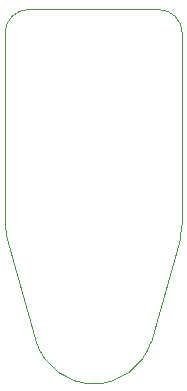
<source format=gbr>
%TF.GenerationSoftware,KiCad,Pcbnew,(5.1.7)-1*%
%TF.CreationDate,2020-11-20T21:44:25-06:00*%
%TF.ProjectId,PROBE-BOARD,50524f42-452d-4424-9f41-52442e6b6963,rev?*%
%TF.SameCoordinates,Original*%
%TF.FileFunction,Profile,NP*%
%FSLAX46Y46*%
G04 Gerber Fmt 4.6, Leading zero omitted, Abs format (unit mm)*
G04 Created by KiCad (PCBNEW (5.1.7)-1) date 2020-11-20 21:44:25*
%MOMM*%
%LPD*%
G01*
G04 APERTURE LIST*
%TA.AperFunction,Profile*%
%ADD10C,0.100000*%
%TD*%
G04 APERTURE END LIST*
D10*
X7500000Y-2248852D02*
G75*
G02*
X7312157Y-3606476I-5000001J0D01*
G01*
X7500000Y-2248852D02*
X7500000Y13849999D01*
X-7499999Y13849999D02*
G75*
G02*
X-5499999Y15849999I2000000J0D01*
G01*
X-7311811Y-3622127D02*
G75*
G02*
X-7500000Y-2248852I4821468J1360250D01*
G01*
X-7500000Y-2248852D02*
X-7499999Y13850000D01*
X5500000Y15849999D02*
G75*
G02*
X7500000Y13849999I0J-2000000D01*
G01*
X5500000Y15849999D02*
X-5499999Y15849999D01*
X7312157Y-3606476D02*
X4865690Y-12278087D01*
X-7311811Y-3622127D02*
X-4865690Y-12278087D01*
X4865690Y-12278088D02*
G75*
G02*
X-4865690Y-12278087I-4865690J1528088D01*
G01*
M02*

</source>
